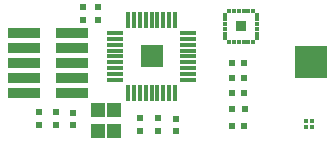
<source format=gts>
G04 ================== begin FILE IDENTIFICATION RECORD ==================*
G04 Layout Name:  TESTPCB.brd*
G04 Film Name:    SOLDEMASK_TOP*
G04 File Format:  Gerber RS274X*
G04 File Origin:  Cadence Allegro 16.6-P004*
G04 Origin Date:  Sun Jul 06 16:17:52 2014*
G04 *
G04 Layer:  VIA CLASS/SOLDERMASK_TOP*
G04 Layer:  PIN/SOLDERMASK_TOP*
G04 Layer:  PACKAGE GEOMETRY/SOLDERMASK_TOP*
G04 Layer:  BOARD GEOMETRY/SOLDERMASK_TOP*
G04 *
G04 Offset:    (0.00 0.00)*
G04 Mirror:    No*
G04 Mode:      Positive*
G04 Rotation:  0*
G04 FullContactRelief:  No*
G04 UndefLineWidth:     5.00*
G04 ================== end FILE IDENTIFICATION RECORD ====================*
%FSLAX55Y55*MOIN*%
%IR0*IPPOS*OFA0.00000B0.00000*MIA0B0*SFA1.00000B1.00000*%
%ADD10R,.105X.037*%
%ADD20R,.105X.105*%
%ADD19R,.012X.017*%
%ADD18R,.017X.012*%
%ADD11R,.024X.024*%
%ADD16R,.024X.024*%
%ADD17R,.035X.035*%
%ADD15R,.015X.055*%
%ADD21R,.017X.017*%
%ADD13R,.055X.015*%
%ADD12R,.045X.045*%
%ADD14R,.075X.075*%
%LPD*%
G75*
G54D10*
X757400Y1672800D03*
Y1677800D03*
Y1682800D03*
Y1687800D03*
Y1692800D03*
X773400Y1672800D03*
Y1677800D03*
Y1682800D03*
Y1687800D03*
Y1692800D03*
G54D11*
X768300Y1662300D03*
Y1666500D03*
X762600Y1666400D03*
Y1662200D03*
X773800Y1662100D03*
Y1666300D03*
X777200Y1697300D03*
X782300D03*
X777200Y1701500D03*
X782300D03*
X796000Y1660200D03*
Y1664400D03*
X802000Y1664500D03*
Y1660300D03*
X808200Y1660100D03*
Y1664300D03*
G54D20*
X853200Y1683300D03*
G54D12*
X782300Y1660200D03*
X787500Y1667000D03*
X782300D03*
X787500Y1660200D03*
G54D21*
X851500Y1661600D03*
X853500D03*
Y1663600D03*
X851500D03*
G54D13*
X787850Y1677126D03*
Y1679094D03*
Y1681063D03*
Y1683032D03*
Y1685000D03*
Y1686968D03*
Y1688937D03*
Y1690906D03*
Y1692874D03*
X812150Y1683032D03*
Y1681063D03*
Y1679094D03*
Y1677126D03*
Y1692874D03*
Y1690906D03*
Y1688937D03*
Y1686968D03*
Y1685000D03*
G54D14*
X800000D03*
G54D15*
X801968Y1672850D03*
X800000D03*
X798032D03*
X796063D03*
X794094D03*
X792126D03*
Y1697150D03*
X794094D03*
X796063D03*
X798032D03*
X800000D03*
X801968D03*
X807874Y1672850D03*
X805906D03*
X803937D03*
Y1697150D03*
X805906D03*
X807874D03*
G54D16*
X826700Y1661700D03*
X830900D03*
X826800Y1667400D03*
X831000D03*
X830900Y1672700D03*
X826700D03*
X830900Y1677700D03*
X826700D03*
X830900Y1682700D03*
X826700D03*
G54D17*
X829800Y1695000D03*
G54D18*
X824650Y1691063D03*
Y1692638D03*
Y1694213D03*
Y1695787D03*
Y1697362D03*
Y1698937D03*
X835150D03*
Y1697362D03*
Y1695787D03*
Y1694213D03*
Y1692638D03*
Y1691063D03*
G54D19*
X825963Y1700250D03*
X827538D03*
X829113D03*
X830687D03*
X832262D03*
X833837D03*
Y1689750D03*
X832262D03*
X830687D03*
X829113D03*
X827538D03*
X825963D03*
M02*

</source>
